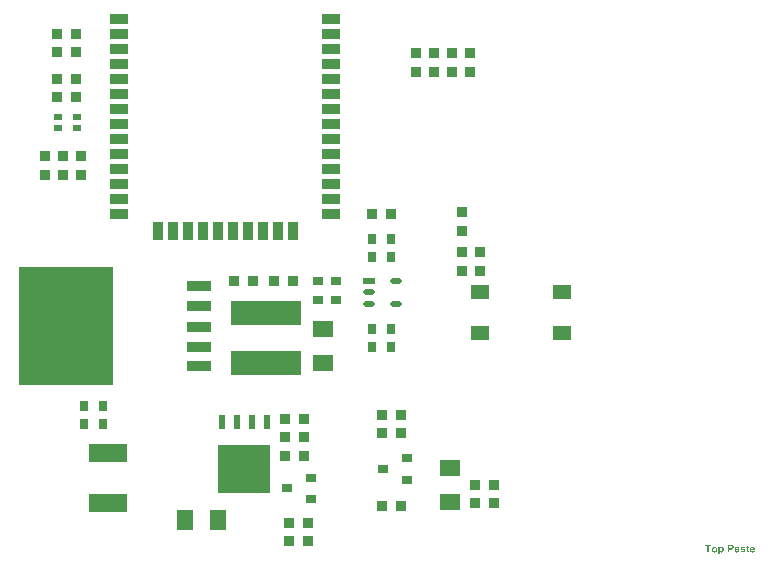
<source format=gtp>
G04*
G04 #@! TF.GenerationSoftware,Altium Limited,Altium Designer,23.3.1 (30)*
G04*
G04 Layer_Color=8421504*
%FSLAX25Y25*%
%MOIN*%
G70*
G04*
G04 #@! TF.SameCoordinates,97A15D6B-2EEB-42C3-8D6F-FEDD3E2C4342*
G04*
G04*
G04 #@! TF.FilePolarity,Positive*
G04*
G01*
G75*
%ADD17R,0.03543X0.03799*%
%ADD18R,0.06102X0.05118*%
%ADD19R,0.03150X0.02165*%
%ADD20R,0.03799X0.03543*%
%ADD21R,0.02756X0.03543*%
%ADD22R,0.03937X0.01968*%
%ADD23O,0.03937X0.01968*%
%ADD24R,0.03543X0.02756*%
%ADD25R,0.05276X0.07087*%
%ADD26R,0.12598X0.05906*%
%ADD27R,0.07087X0.05276*%
%ADD28R,0.03543X0.03150*%
%ADD29R,0.05906X0.03543*%
%ADD30R,0.03543X0.05906*%
%ADD31R,0.17362X0.16142*%
%ADD32R,0.02362X0.05118*%
%ADD33R,0.23622X0.07874*%
%ADD34R,0.07874X0.03543*%
%ADD35R,0.31496X0.39370*%
G36*
X142907Y-93510D02*
X142931D01*
X142958Y-93515D01*
X142989Y-93521D01*
X143024Y-93529D01*
X143065Y-93537D01*
X143106Y-93551D01*
X143150Y-93567D01*
X143193Y-93589D01*
X143240Y-93613D01*
X143286Y-93641D01*
X143330Y-93676D01*
X143374Y-93714D01*
X143417Y-93758D01*
X143420Y-93761D01*
X143428Y-93769D01*
X143439Y-93783D01*
X143453Y-93805D01*
X143469Y-93829D01*
X143488Y-93859D01*
X143507Y-93897D01*
X143529Y-93938D01*
X143551Y-93985D01*
X143570Y-94037D01*
X143589Y-94094D01*
X143605Y-94157D01*
X143619Y-94222D01*
X143633Y-94293D01*
X143638Y-94370D01*
X143641Y-94452D01*
Y-94457D01*
Y-94471D01*
X143638Y-94495D01*
Y-94528D01*
X143635Y-94566D01*
X143630Y-94610D01*
X143622Y-94659D01*
X143614Y-94714D01*
X143600Y-94768D01*
X143586Y-94828D01*
X143567Y-94886D01*
X143545Y-94946D01*
X143521Y-95003D01*
X143491Y-95060D01*
X143455Y-95115D01*
X143417Y-95164D01*
X143414Y-95167D01*
X143406Y-95175D01*
X143395Y-95186D01*
X143376Y-95202D01*
X143354Y-95221D01*
X143330Y-95243D01*
X143300Y-95265D01*
X143264Y-95290D01*
X143229Y-95314D01*
X143185Y-95336D01*
X143141Y-95358D01*
X143092Y-95377D01*
X143043Y-95391D01*
X142989Y-95404D01*
X142934Y-95412D01*
X142874Y-95415D01*
X142849D01*
X142819Y-95412D01*
X142781Y-95407D01*
X142740Y-95402D01*
X142694Y-95391D01*
X142645Y-95374D01*
X142598Y-95355D01*
X142593Y-95353D01*
X142576Y-95344D01*
X142552Y-95328D01*
X142519Y-95306D01*
X142481Y-95279D01*
X142437Y-95243D01*
X142391Y-95200D01*
X142341Y-95151D01*
Y-96068D01*
X141858D01*
Y-93548D01*
X142309D01*
Y-93815D01*
X142314Y-93813D01*
X142325Y-93796D01*
X142344Y-93769D01*
X142371Y-93739D01*
X142404Y-93704D01*
X142445Y-93665D01*
X142492Y-93627D01*
X142543Y-93594D01*
X142546D01*
X142552Y-93592D01*
X142560Y-93586D01*
X142571Y-93581D01*
X142585Y-93575D01*
X142601Y-93567D01*
X142642Y-93551D01*
X142691Y-93534D01*
X142748Y-93521D01*
X142811Y-93510D01*
X142877Y-93507D01*
X142890D01*
X142907Y-93510D01*
D02*
G37*
G36*
X150027D02*
X150059D01*
X150095Y-93512D01*
X150133Y-93518D01*
X150177Y-93523D01*
X150267Y-93537D01*
X150357Y-93559D01*
X150403Y-93572D01*
X150444Y-93589D01*
X150485Y-93608D01*
X150521Y-93630D01*
X150523D01*
X150529Y-93635D01*
X150537Y-93643D01*
X150551Y-93652D01*
X150564Y-93665D01*
X150583Y-93682D01*
X150600Y-93701D01*
X150622Y-93720D01*
X150641Y-93744D01*
X150663Y-93772D01*
X150684Y-93802D01*
X150706Y-93835D01*
X150725Y-93867D01*
X150744Y-93906D01*
X150775Y-93990D01*
X150319Y-94075D01*
Y-94069D01*
X150313Y-94059D01*
X150305Y-94039D01*
X150294Y-94015D01*
X150278Y-93988D01*
X150259Y-93960D01*
X150234Y-93936D01*
X150207Y-93911D01*
X150204Y-93908D01*
X150190Y-93903D01*
X150174Y-93892D01*
X150147Y-93881D01*
X150114Y-93873D01*
X150076Y-93862D01*
X150027Y-93856D01*
X149975Y-93854D01*
X149945D01*
X149912Y-93856D01*
X149871Y-93859D01*
X149827Y-93867D01*
X149781Y-93875D01*
X149740Y-93889D01*
X149704Y-93908D01*
X149702Y-93911D01*
X149696Y-93914D01*
X149688Y-93925D01*
X149677Y-93936D01*
X149666Y-93949D01*
X149658Y-93966D01*
X149652Y-93985D01*
X149650Y-94007D01*
Y-94009D01*
Y-94015D01*
X149652Y-94026D01*
X149655Y-94037D01*
X149661Y-94050D01*
X149669Y-94064D01*
X149680Y-94080D01*
X149696Y-94094D01*
X149699Y-94097D01*
X149704Y-94099D01*
X149713Y-94102D01*
X149723Y-94108D01*
X149737Y-94113D01*
X149756Y-94121D01*
X149778Y-94129D01*
X149803Y-94138D01*
X149835Y-94149D01*
X149871Y-94160D01*
X149915Y-94173D01*
X149961Y-94184D01*
X150015Y-94200D01*
X150078Y-94214D01*
X150147Y-94230D01*
X150152D01*
X150163Y-94233D01*
X150182Y-94239D01*
X150209Y-94247D01*
X150239Y-94255D01*
X150278Y-94266D01*
X150316Y-94277D01*
X150359Y-94291D01*
X150447Y-94320D01*
X150537Y-94359D01*
X150578Y-94378D01*
X150616Y-94400D01*
X150654Y-94422D01*
X150684Y-94446D01*
X150687Y-94449D01*
X150690Y-94452D01*
X150698Y-94460D01*
X150709Y-94471D01*
X150720Y-94482D01*
X150733Y-94498D01*
X150747Y-94517D01*
X150761Y-94539D01*
X150788Y-94591D01*
X150813Y-94651D01*
X150832Y-94722D01*
X150835Y-94763D01*
X150837Y-94804D01*
Y-94806D01*
Y-94815D01*
Y-94828D01*
X150835Y-94845D01*
X150832Y-94867D01*
X150826Y-94894D01*
X150821Y-94921D01*
X150810Y-94951D01*
X150799Y-94984D01*
X150785Y-95019D01*
X150769Y-95055D01*
X150750Y-95090D01*
X150725Y-95129D01*
X150695Y-95164D01*
X150665Y-95200D01*
X150627Y-95235D01*
X150624Y-95238D01*
X150616Y-95243D01*
X150605Y-95252D01*
X150589Y-95262D01*
X150567Y-95276D01*
X150540Y-95292D01*
X150507Y-95309D01*
X150471Y-95325D01*
X150431Y-95342D01*
X150384Y-95358D01*
X150332Y-95374D01*
X150278Y-95388D01*
X150218Y-95399D01*
X150152Y-95407D01*
X150081Y-95412D01*
X150007Y-95415D01*
X149972D01*
X149945Y-95412D01*
X149915Y-95410D01*
X149876Y-95407D01*
X149838Y-95402D01*
X149794Y-95396D01*
X149699Y-95380D01*
X149601Y-95353D01*
X149551Y-95333D01*
X149502Y-95314D01*
X149459Y-95292D01*
X149415Y-95265D01*
X149412Y-95262D01*
X149407Y-95257D01*
X149396Y-95249D01*
X149379Y-95238D01*
X149363Y-95221D01*
X149344Y-95205D01*
X149322Y-95183D01*
X149300Y-95159D01*
X149276Y-95129D01*
X149251Y-95099D01*
X149229Y-95066D01*
X149205Y-95028D01*
X149183Y-94989D01*
X149164Y-94948D01*
X149147Y-94902D01*
X149134Y-94856D01*
X149617Y-94782D01*
Y-94785D01*
X149620Y-94787D01*
X149622Y-94804D01*
X149631Y-94831D01*
X149644Y-94861D01*
X149661Y-94897D01*
X149682Y-94932D01*
X149707Y-94965D01*
X149740Y-94995D01*
X149745Y-94998D01*
X149756Y-95006D01*
X149778Y-95017D01*
X149808Y-95030D01*
X149846Y-95044D01*
X149893Y-95055D01*
X149945Y-95063D01*
X150005Y-95066D01*
X150035D01*
X150051Y-95063D01*
X150070D01*
X150111Y-95058D01*
X150157Y-95050D01*
X150204Y-95036D01*
X150248Y-95019D01*
X150286Y-94998D01*
X150288Y-94995D01*
X150297Y-94989D01*
X150308Y-94978D01*
X150319Y-94965D01*
X150329Y-94946D01*
X150340Y-94924D01*
X150349Y-94899D01*
X150351Y-94869D01*
Y-94867D01*
Y-94861D01*
X150349Y-94850D01*
X150346Y-94836D01*
X150338Y-94809D01*
X150327Y-94793D01*
X150316Y-94779D01*
X150313Y-94776D01*
X150308Y-94774D01*
X150297Y-94766D01*
X150283Y-94757D01*
X150261Y-94746D01*
X150234Y-94735D01*
X150198Y-94725D01*
X150155Y-94714D01*
X150152D01*
X150149Y-94711D01*
X150141D01*
X150130Y-94708D01*
X150100Y-94700D01*
X150062Y-94692D01*
X150015Y-94681D01*
X149964Y-94667D01*
X149906Y-94654D01*
X149844Y-94637D01*
X149721Y-94599D01*
X149658Y-94580D01*
X149598Y-94561D01*
X149543Y-94539D01*
X149494Y-94520D01*
X149450Y-94498D01*
X149418Y-94479D01*
X149415Y-94476D01*
X149409Y-94471D01*
X149399Y-94463D01*
X149385Y-94452D01*
X149369Y-94438D01*
X149349Y-94419D01*
X149330Y-94397D01*
X149311Y-94372D01*
X149289Y-94345D01*
X149270Y-94315D01*
X149251Y-94280D01*
X149235Y-94244D01*
X149221Y-94203D01*
X149210Y-94162D01*
X149205Y-94116D01*
X149202Y-94069D01*
Y-94067D01*
Y-94059D01*
Y-94047D01*
X149205Y-94028D01*
X149207Y-94009D01*
X149213Y-93985D01*
X149218Y-93960D01*
X149227Y-93930D01*
X149248Y-93867D01*
X149262Y-93835D01*
X149281Y-93802D01*
X149303Y-93766D01*
X149328Y-93734D01*
X149355Y-93701D01*
X149388Y-93671D01*
X149390Y-93668D01*
X149396Y-93663D01*
X149407Y-93654D01*
X149423Y-93646D01*
X149442Y-93633D01*
X149467Y-93619D01*
X149497Y-93605D01*
X149530Y-93589D01*
X149568Y-93572D01*
X149611Y-93559D01*
X149658Y-93545D01*
X149710Y-93532D01*
X149767Y-93523D01*
X149830Y-93515D01*
X149895Y-93510D01*
X149966Y-93507D01*
X150002D01*
X150027Y-93510D01*
D02*
G37*
G36*
X148140D02*
X148173D01*
X148205Y-93512D01*
X148244Y-93518D01*
X148323Y-93526D01*
X148402Y-93540D01*
X148478Y-93559D01*
X148511Y-93572D01*
X148544Y-93586D01*
X148547D01*
X148552Y-93589D01*
X148560Y-93594D01*
X148569Y-93600D01*
X148599Y-93616D01*
X148631Y-93638D01*
X148670Y-93668D01*
X148705Y-93701D01*
X148741Y-93739D01*
X148768Y-93780D01*
X148771Y-93786D01*
X148773Y-93794D01*
X148779Y-93802D01*
X148784Y-93815D01*
X148790Y-93835D01*
X148795Y-93854D01*
X148801Y-93878D01*
X148806Y-93906D01*
X148812Y-93936D01*
X148817Y-93971D01*
X148822Y-94012D01*
X148828Y-94056D01*
X148831Y-94102D01*
X148833Y-94154D01*
Y-94211D01*
X148825Y-94776D01*
Y-94779D01*
Y-94787D01*
Y-94798D01*
Y-94815D01*
Y-94836D01*
Y-94858D01*
X148828Y-94910D01*
X148831Y-94968D01*
X148833Y-95028D01*
X148839Y-95082D01*
X148844Y-95109D01*
X148847Y-95131D01*
Y-95137D01*
X148853Y-95151D01*
X148858Y-95175D01*
X148866Y-95205D01*
X148877Y-95240D01*
X148893Y-95281D01*
X148913Y-95328D01*
X148934Y-95374D01*
X148457D01*
Y-95372D01*
X148454Y-95366D01*
X148449Y-95355D01*
X148443Y-95339D01*
X148438Y-95320D01*
X148427Y-95295D01*
X148418Y-95265D01*
X148408Y-95232D01*
Y-95230D01*
X148405Y-95224D01*
X148402Y-95208D01*
X148397Y-95189D01*
X148394Y-95180D01*
X148391Y-95175D01*
X148386Y-95180D01*
X148369Y-95194D01*
X148345Y-95216D01*
X148312Y-95243D01*
X148274Y-95271D01*
X148227Y-95301D01*
X148178Y-95331D01*
X148126Y-95355D01*
X148124D01*
X148121Y-95358D01*
X148113Y-95361D01*
X148102Y-95363D01*
X148074Y-95374D01*
X148036Y-95385D01*
X147993Y-95396D01*
X147941Y-95407D01*
X147886Y-95412D01*
X147826Y-95415D01*
X147799D01*
X147780Y-95412D01*
X147755Y-95410D01*
X147728Y-95407D01*
X147698Y-95402D01*
X147665Y-95396D01*
X147594Y-95380D01*
X147520Y-95353D01*
X147482Y-95333D01*
X147447Y-95314D01*
X147414Y-95292D01*
X147381Y-95265D01*
X147378Y-95262D01*
X147373Y-95257D01*
X147367Y-95249D01*
X147356Y-95238D01*
X147343Y-95221D01*
X147329Y-95205D01*
X147316Y-95183D01*
X147302Y-95159D01*
X147285Y-95131D01*
X147272Y-95104D01*
X147245Y-95036D01*
X147234Y-95000D01*
X147228Y-94962D01*
X147223Y-94921D01*
X147220Y-94877D01*
Y-94875D01*
Y-94869D01*
Y-94861D01*
Y-94850D01*
X147223Y-94823D01*
X147228Y-94785D01*
X147239Y-94741D01*
X147250Y-94695D01*
X147269Y-94648D01*
X147294Y-94602D01*
Y-94599D01*
X147297Y-94596D01*
X147307Y-94583D01*
X147324Y-94561D01*
X147348Y-94533D01*
X147376Y-94503D01*
X147411Y-94473D01*
X147452Y-94443D01*
X147499Y-94419D01*
X147501D01*
X147504Y-94416D01*
X147512Y-94413D01*
X147523Y-94408D01*
X147537Y-94402D01*
X147553Y-94394D01*
X147575Y-94389D01*
X147597Y-94381D01*
X147621Y-94372D01*
X147651Y-94362D01*
X147684Y-94353D01*
X147717Y-94342D01*
X147755Y-94334D01*
X147796Y-94323D01*
X147837Y-94312D01*
X147883Y-94304D01*
X147886D01*
X147897Y-94301D01*
X147916Y-94299D01*
X147938Y-94293D01*
X147965Y-94288D01*
X147998Y-94282D01*
X148034Y-94274D01*
X148072Y-94266D01*
X148148Y-94247D01*
X148227Y-94228D01*
X148263Y-94217D01*
X148298Y-94206D01*
X148328Y-94195D01*
X148356Y-94184D01*
Y-94138D01*
Y-94135D01*
Y-94132D01*
Y-94113D01*
X148353Y-94089D01*
X148347Y-94059D01*
X148339Y-94026D01*
X148326Y-93993D01*
X148309Y-93960D01*
X148285Y-93936D01*
X148282Y-93933D01*
X148271Y-93927D01*
X148252Y-93916D01*
X148227Y-93906D01*
X148192Y-93895D01*
X148145Y-93884D01*
X148118Y-93881D01*
X148091Y-93878D01*
X148058Y-93875D01*
X148001D01*
X147976Y-93878D01*
X147949Y-93881D01*
X147916Y-93889D01*
X147881Y-93897D01*
X147848Y-93911D01*
X147818Y-93927D01*
X147815Y-93930D01*
X147807Y-93938D01*
X147793Y-93949D01*
X147777Y-93968D01*
X147758Y-93993D01*
X147739Y-94026D01*
X147720Y-94064D01*
X147703Y-94108D01*
X147269Y-94028D01*
Y-94026D01*
X147272Y-94017D01*
X147277Y-94004D01*
X147283Y-93985D01*
X147291Y-93963D01*
X147302Y-93938D01*
X147329Y-93881D01*
X147365Y-93815D01*
X147408Y-93750D01*
X147460Y-93690D01*
X147490Y-93660D01*
X147523Y-93635D01*
X147526Y-93633D01*
X147531Y-93630D01*
X147542Y-93624D01*
X147556Y-93616D01*
X147575Y-93605D01*
X147599Y-93594D01*
X147627Y-93583D01*
X147657Y-93570D01*
X147695Y-93559D01*
X147733Y-93548D01*
X147777Y-93537D01*
X147826Y-93526D01*
X147878Y-93518D01*
X147935Y-93512D01*
X147995Y-93507D01*
X148116D01*
X148140Y-93510D01*
D02*
G37*
G36*
X145975Y-92857D02*
X146019D01*
X146068Y-92860D01*
X146172Y-92863D01*
X146221Y-92868D01*
X146270Y-92871D01*
X146316Y-92874D01*
X146357Y-92879D01*
X146393Y-92887D01*
X146423Y-92893D01*
X146426D01*
X146434Y-92896D01*
X146445Y-92898D01*
X146458Y-92904D01*
X146477Y-92912D01*
X146499Y-92920D01*
X146548Y-92945D01*
X146606Y-92977D01*
X146666Y-93021D01*
X146699Y-93048D01*
X146729Y-93076D01*
X146759Y-93106D01*
X146786Y-93141D01*
X146789Y-93144D01*
X146791Y-93149D01*
X146800Y-93160D01*
X146808Y-93174D01*
X146821Y-93193D01*
X146832Y-93218D01*
X146846Y-93242D01*
X146860Y-93272D01*
X146873Y-93308D01*
X146887Y-93343D01*
X146901Y-93384D01*
X146912Y-93428D01*
X146920Y-93474D01*
X146928Y-93523D01*
X146931Y-93578D01*
X146933Y-93633D01*
Y-93635D01*
Y-93643D01*
Y-93654D01*
Y-93671D01*
X146931Y-93690D01*
X146928Y-93714D01*
X146925Y-93739D01*
X146923Y-93769D01*
X146912Y-93829D01*
X146898Y-93895D01*
X146876Y-93960D01*
X146849Y-94023D01*
Y-94026D01*
X146846Y-94028D01*
X146841Y-94037D01*
X146832Y-94047D01*
X146816Y-94078D01*
X146791Y-94113D01*
X146759Y-94151D01*
X146723Y-94192D01*
X146679Y-94233D01*
X146633Y-94271D01*
X146630D01*
X146628Y-94274D01*
X146611Y-94285D01*
X146587Y-94301D01*
X146551Y-94320D01*
X146513Y-94340D01*
X146469Y-94359D01*
X146420Y-94375D01*
X146371Y-94389D01*
X146368D01*
X146363Y-94392D01*
X146352D01*
X146338Y-94394D01*
X146319Y-94397D01*
X146295Y-94400D01*
X146267Y-94402D01*
X146237Y-94405D01*
X146202Y-94411D01*
X146161Y-94413D01*
X146117Y-94416D01*
X146071Y-94419D01*
X146019Y-94422D01*
X145964D01*
X145904Y-94424D01*
X145511D01*
Y-95374D01*
X145003D01*
Y-92854D01*
X145931D01*
X145975Y-92857D01*
D02*
G37*
G36*
X139401Y-93280D02*
X138659D01*
Y-95374D01*
X138151D01*
Y-93280D01*
X137403D01*
Y-92854D01*
X139401D01*
Y-93280D01*
D02*
G37*
G36*
X153166Y-93510D02*
X153196Y-93512D01*
X153229Y-93515D01*
X153270Y-93521D01*
X153313Y-93529D01*
X153360Y-93540D01*
X153412Y-93556D01*
X153463Y-93572D01*
X153515Y-93594D01*
X153570Y-93622D01*
X153622Y-93652D01*
X153674Y-93687D01*
X153723Y-93731D01*
X153769Y-93777D01*
X153772Y-93780D01*
X153780Y-93791D01*
X153791Y-93805D01*
X153805Y-93826D01*
X153824Y-93856D01*
X153843Y-93892D01*
X153865Y-93933D01*
X153887Y-93979D01*
X153909Y-94034D01*
X153928Y-94097D01*
X153947Y-94162D01*
X153963Y-94236D01*
X153977Y-94318D01*
X153988Y-94405D01*
X153996Y-94498D01*
Y-94599D01*
X152787D01*
Y-94602D01*
Y-94607D01*
Y-94621D01*
X152789Y-94634D01*
X152792Y-94654D01*
X152795Y-94675D01*
X152803Y-94722D01*
X152816Y-94776D01*
X152836Y-94834D01*
X152863Y-94888D01*
X152901Y-94937D01*
X152904D01*
X152907Y-94943D01*
X152920Y-94957D01*
X152945Y-94976D01*
X152978Y-94995D01*
X153018Y-95017D01*
X153068Y-95036D01*
X153122Y-95050D01*
X153152Y-95052D01*
X153182Y-95055D01*
X153201D01*
X153221Y-95052D01*
X153248Y-95047D01*
X153278Y-95041D01*
X153308Y-95030D01*
X153341Y-95014D01*
X153371Y-94995D01*
X153373Y-94992D01*
X153384Y-94984D01*
X153398Y-94968D01*
X153414Y-94946D01*
X153436Y-94918D01*
X153455Y-94883D01*
X153474Y-94842D01*
X153491Y-94793D01*
X153971Y-94875D01*
Y-94877D01*
X153966Y-94886D01*
X153960Y-94899D01*
X153955Y-94918D01*
X153944Y-94940D01*
X153930Y-94965D01*
X153917Y-94995D01*
X153900Y-95025D01*
X153859Y-95090D01*
X153807Y-95156D01*
X153747Y-95221D01*
X153712Y-95252D01*
X153676Y-95279D01*
X153674Y-95281D01*
X153668Y-95284D01*
X153657Y-95292D01*
X153641Y-95301D01*
X153622Y-95311D01*
X153597Y-95323D01*
X153570Y-95333D01*
X153540Y-95347D01*
X153505Y-95361D01*
X153466Y-95372D01*
X153425Y-95382D01*
X153382Y-95393D01*
X153335Y-95402D01*
X153283Y-95410D01*
X153232Y-95412D01*
X153177Y-95415D01*
X153155D01*
X153130Y-95412D01*
X153098Y-95410D01*
X153059Y-95407D01*
X153013Y-95399D01*
X152964Y-95391D01*
X152909Y-95377D01*
X152852Y-95361D01*
X152795Y-95339D01*
X152737Y-95314D01*
X152677Y-95284D01*
X152623Y-95249D01*
X152568Y-95208D01*
X152519Y-95161D01*
X152472Y-95107D01*
X152470Y-95104D01*
X152464Y-95096D01*
X152456Y-95082D01*
X152445Y-95060D01*
X152432Y-95036D01*
X152415Y-95008D01*
X152399Y-94973D01*
X152382Y-94935D01*
X152366Y-94891D01*
X152350Y-94842D01*
X152333Y-94790D01*
X152320Y-94735D01*
X152309Y-94675D01*
X152301Y-94613D01*
X152295Y-94544D01*
X152292Y-94476D01*
Y-94471D01*
Y-94457D01*
X152295Y-94432D01*
Y-94402D01*
X152301Y-94364D01*
X152306Y-94318D01*
X152312Y-94271D01*
X152322Y-94217D01*
X152333Y-94162D01*
X152350Y-94105D01*
X152369Y-94045D01*
X152391Y-93985D01*
X152418Y-93927D01*
X152451Y-93870D01*
X152486Y-93815D01*
X152527Y-93766D01*
X152530Y-93764D01*
X152538Y-93755D01*
X152552Y-93742D01*
X152571Y-93725D01*
X152593Y-93706D01*
X152623Y-93685D01*
X152655Y-93660D01*
X152691Y-93635D01*
X152732Y-93613D01*
X152778Y-93589D01*
X152827Y-93567D01*
X152882Y-93548D01*
X152937Y-93532D01*
X152997Y-93518D01*
X153062Y-93510D01*
X153128Y-93507D01*
X153147D01*
X153166Y-93510D01*
D02*
G37*
G36*
X151768Y-93548D02*
X152099D01*
Y-93933D01*
X151768D01*
Y-94670D01*
Y-94673D01*
Y-94681D01*
Y-94692D01*
Y-94705D01*
Y-94722D01*
Y-94744D01*
Y-94787D01*
X151771Y-94831D01*
Y-94875D01*
X151774Y-94894D01*
Y-94910D01*
X151776Y-94924D01*
Y-94932D01*
Y-94935D01*
X151779Y-94937D01*
X151785Y-94954D01*
X151798Y-94973D01*
X151817Y-94992D01*
X151820D01*
X151823Y-94995D01*
X151831Y-94998D01*
X151842Y-95003D01*
X151866Y-95011D01*
X151899Y-95014D01*
X151913D01*
X151927Y-95011D01*
X151948Y-95008D01*
X151976Y-95003D01*
X152011Y-94995D01*
X152049Y-94984D01*
X152093Y-94970D01*
X152137Y-95344D01*
X152134D01*
X152129Y-95347D01*
X152120Y-95350D01*
X152107Y-95355D01*
X152090Y-95361D01*
X152071Y-95366D01*
X152049Y-95374D01*
X152025Y-95380D01*
X151970Y-95393D01*
X151905Y-95404D01*
X151831Y-95412D01*
X151754Y-95415D01*
X151733D01*
X151708Y-95412D01*
X151675Y-95410D01*
X151640Y-95404D01*
X151602Y-95396D01*
X151561Y-95385D01*
X151520Y-95372D01*
X151514Y-95369D01*
X151503Y-95363D01*
X151484Y-95355D01*
X151462Y-95342D01*
X151438Y-95325D01*
X151411Y-95306D01*
X151389Y-95284D01*
X151367Y-95260D01*
X151364Y-95257D01*
X151359Y-95246D01*
X151350Y-95230D01*
X151340Y-95210D01*
X151329Y-95183D01*
X151318Y-95151D01*
X151307Y-95112D01*
X151299Y-95071D01*
Y-95066D01*
X151296Y-95055D01*
Y-95044D01*
X151293Y-95030D01*
Y-95014D01*
Y-94998D01*
X151291Y-94976D01*
Y-94951D01*
X151288Y-94924D01*
Y-94891D01*
X151285Y-94856D01*
Y-94817D01*
Y-94776D01*
Y-94730D01*
Y-93933D01*
X151064D01*
Y-93548D01*
X151285D01*
Y-93185D01*
X151768Y-92901D01*
Y-93548D01*
D02*
G37*
G36*
X140592Y-93510D02*
X140619Y-93512D01*
X140654Y-93515D01*
X140695Y-93521D01*
X140742Y-93529D01*
X140791Y-93540D01*
X140843Y-93556D01*
X140897Y-93572D01*
X140955Y-93594D01*
X141009Y-93622D01*
X141067Y-93652D01*
X141124Y-93687D01*
X141176Y-93731D01*
X141228Y-93777D01*
X141230Y-93780D01*
X141239Y-93791D01*
X141252Y-93805D01*
X141269Y-93826D01*
X141290Y-93854D01*
X141312Y-93884D01*
X141334Y-93922D01*
X141361Y-93963D01*
X141386Y-94009D01*
X141408Y-94061D01*
X141432Y-94118D01*
X141452Y-94179D01*
X141468Y-94241D01*
X141482Y-94310D01*
X141490Y-94381D01*
X141492Y-94457D01*
Y-94463D01*
Y-94476D01*
X141490Y-94498D01*
Y-94525D01*
X141484Y-94561D01*
X141479Y-94602D01*
X141471Y-94648D01*
X141460Y-94697D01*
X141446Y-94752D01*
X141427Y-94806D01*
X141405Y-94864D01*
X141381Y-94921D01*
X141348Y-94981D01*
X141312Y-95036D01*
X141271Y-95093D01*
X141225Y-95145D01*
X141222Y-95148D01*
X141214Y-95156D01*
X141198Y-95170D01*
X141176Y-95186D01*
X141151Y-95208D01*
X141119Y-95230D01*
X141083Y-95254D01*
X141042Y-95279D01*
X140996Y-95306D01*
X140944Y-95331D01*
X140889Y-95353D01*
X140829Y-95372D01*
X140766Y-95391D01*
X140698Y-95404D01*
X140627Y-95412D01*
X140553Y-95415D01*
X140529D01*
X140510Y-95412D01*
X140488D01*
X140463Y-95410D01*
X140433Y-95407D01*
X140401Y-95402D01*
X140327Y-95388D01*
X140245Y-95369D01*
X140160Y-95342D01*
X140076Y-95303D01*
X140073Y-95301D01*
X140065Y-95298D01*
X140054Y-95292D01*
X140037Y-95281D01*
X140018Y-95271D01*
X139999Y-95254D01*
X139947Y-95219D01*
X139893Y-95172D01*
X139835Y-95115D01*
X139781Y-95047D01*
X139732Y-94970D01*
Y-94968D01*
X139726Y-94959D01*
X139721Y-94948D01*
X139713Y-94932D01*
X139704Y-94910D01*
X139693Y-94886D01*
X139685Y-94856D01*
X139674Y-94823D01*
X139663Y-94785D01*
X139653Y-94744D01*
X139641Y-94700D01*
X139633Y-94654D01*
X139625Y-94604D01*
X139620Y-94550D01*
X139617Y-94495D01*
X139614Y-94438D01*
Y-94435D01*
Y-94427D01*
Y-94413D01*
X139617Y-94397D01*
Y-94375D01*
X139620Y-94348D01*
X139625Y-94320D01*
X139628Y-94288D01*
X139644Y-94217D01*
X139663Y-94138D01*
X139693Y-94056D01*
X139710Y-94012D01*
X139732Y-93971D01*
X139734Y-93968D01*
X139737Y-93960D01*
X139745Y-93949D01*
X139753Y-93933D01*
X139764Y-93914D01*
X139781Y-93892D01*
X139816Y-93843D01*
X139865Y-93788D01*
X139923Y-93731D01*
X139988Y-93676D01*
X140065Y-93627D01*
X140067Y-93624D01*
X140076Y-93622D01*
X140086Y-93616D01*
X140103Y-93608D01*
X140125Y-93600D01*
X140149Y-93589D01*
X140177Y-93578D01*
X140207Y-93567D01*
X140242Y-93556D01*
X140280Y-93545D01*
X140362Y-93526D01*
X140452Y-93512D01*
X140501Y-93507D01*
X140570D01*
X140592Y-93510D01*
D02*
G37*
%LPC*%
G36*
X142743Y-93889D02*
X142726D01*
X142713Y-93892D01*
X142699Y-93895D01*
X142680Y-93897D01*
X142639Y-93906D01*
X142593Y-93922D01*
X142543Y-93946D01*
X142519Y-93963D01*
X142494Y-93982D01*
X142470Y-94004D01*
X142448Y-94028D01*
Y-94031D01*
X142443Y-94034D01*
X142437Y-94042D01*
X142429Y-94053D01*
X142421Y-94069D01*
X142412Y-94086D01*
X142402Y-94108D01*
X142391Y-94129D01*
X142380Y-94157D01*
X142369Y-94187D01*
X142361Y-94219D01*
X142352Y-94255D01*
X142344Y-94296D01*
X142339Y-94337D01*
X142336Y-94383D01*
X142333Y-94432D01*
Y-94435D01*
Y-94446D01*
Y-94463D01*
X142336Y-94482D01*
Y-94509D01*
X142339Y-94539D01*
X142344Y-94569D01*
X142350Y-94604D01*
X142363Y-94678D01*
X142385Y-94755D01*
X142415Y-94826D01*
X142432Y-94858D01*
X142453Y-94888D01*
X142456Y-94891D01*
X142459Y-94894D01*
X142475Y-94910D01*
X142503Y-94935D01*
X142538Y-94959D01*
X142582Y-94987D01*
X142631Y-95011D01*
X142691Y-95028D01*
X142721Y-95030D01*
X142754Y-95033D01*
X142770D01*
X142781Y-95030D01*
X142811Y-95025D01*
X142852Y-95017D01*
X142896Y-95000D01*
X142942Y-94976D01*
X142964Y-94962D01*
X142989Y-94943D01*
X143010Y-94924D01*
X143032Y-94899D01*
X143035Y-94897D01*
X143038Y-94894D01*
X143043Y-94886D01*
X143051Y-94875D01*
X143060Y-94858D01*
X143068Y-94842D01*
X143079Y-94820D01*
X143089Y-94793D01*
X143101Y-94766D01*
X143111Y-94733D01*
X143120Y-94697D01*
X143128Y-94656D01*
X143136Y-94613D01*
X143141Y-94564D01*
X143147Y-94512D01*
Y-94457D01*
Y-94454D01*
Y-94443D01*
Y-94430D01*
X143144Y-94411D01*
Y-94386D01*
X143141Y-94359D01*
X143136Y-94329D01*
X143133Y-94296D01*
X143120Y-94228D01*
X143098Y-94157D01*
X143068Y-94089D01*
X143051Y-94059D01*
X143029Y-94031D01*
Y-94028D01*
X143024Y-94026D01*
X143008Y-94009D01*
X142983Y-93988D01*
X142950Y-93960D01*
X142909Y-93933D01*
X142860Y-93911D01*
X142806Y-93895D01*
X142776Y-93892D01*
X142743Y-93889D01*
D02*
G37*
G36*
X148356Y-94498D02*
X148350Y-94501D01*
X148337Y-94503D01*
X148315Y-94512D01*
X148282Y-94520D01*
X148241Y-94531D01*
X148189Y-94544D01*
X148129Y-94558D01*
X148058Y-94574D01*
X148055D01*
X148050Y-94577D01*
X148039D01*
X148025Y-94583D01*
X147993Y-94591D01*
X147952Y-94599D01*
X147908Y-94613D01*
X147864Y-94626D01*
X147826Y-94640D01*
X147810Y-94648D01*
X147796Y-94656D01*
X147793Y-94659D01*
X147782Y-94667D01*
X147766Y-94684D01*
X147750Y-94703D01*
X147733Y-94727D01*
X147717Y-94757D01*
X147706Y-94790D01*
X147703Y-94826D01*
Y-94831D01*
Y-94842D01*
X147706Y-94861D01*
X147711Y-94886D01*
X147722Y-94913D01*
X147733Y-94943D01*
X147752Y-94970D01*
X147777Y-95000D01*
X147780Y-95003D01*
X147791Y-95011D01*
X147807Y-95025D01*
X147829Y-95036D01*
X147859Y-95050D01*
X147892Y-95063D01*
X147930Y-95071D01*
X147971Y-95074D01*
X147976D01*
X147993Y-95071D01*
X148017Y-95069D01*
X148050Y-95063D01*
X148088Y-95052D01*
X148132Y-95038D01*
X148176Y-95017D01*
X148219Y-94989D01*
X148222Y-94987D01*
X148233Y-94978D01*
X148249Y-94965D01*
X148266Y-94946D01*
X148287Y-94921D01*
X148307Y-94894D01*
X148323Y-94864D01*
X148337Y-94831D01*
Y-94828D01*
X148339Y-94817D01*
X148342Y-94801D01*
X148347Y-94779D01*
X148350Y-94746D01*
X148353Y-94705D01*
X148356Y-94656D01*
Y-94596D01*
Y-94498D01*
D02*
G37*
G36*
X145852Y-93280D02*
X145511D01*
Y-93998D01*
X145863D01*
X145890Y-93996D01*
X145953Y-93993D01*
X146019Y-93990D01*
X146084Y-93982D01*
X146117Y-93977D01*
X146144Y-93974D01*
X146169Y-93966D01*
X146191Y-93960D01*
X146196Y-93957D01*
X146207Y-93952D01*
X146226Y-93944D01*
X146248Y-93930D01*
X146273Y-93911D01*
X146300Y-93889D01*
X146327Y-93865D01*
X146349Y-93835D01*
X146352Y-93832D01*
X146357Y-93818D01*
X146368Y-93802D01*
X146379Y-93777D01*
X146390Y-93750D01*
X146401Y-93717D01*
X146406Y-93679D01*
X146409Y-93638D01*
Y-93635D01*
Y-93633D01*
Y-93616D01*
X146404Y-93589D01*
X146398Y-93559D01*
X146390Y-93523D01*
X146374Y-93485D01*
X146355Y-93447D01*
X146327Y-93411D01*
X146325Y-93409D01*
X146314Y-93398D01*
X146295Y-93381D01*
X146270Y-93362D01*
X146243Y-93343D01*
X146207Y-93327D01*
X146166Y-93310D01*
X146123Y-93300D01*
X146117D01*
X146103Y-93297D01*
X146092Y-93294D01*
X146079D01*
X146063Y-93291D01*
X146043Y-93289D01*
X146019D01*
X145992Y-93286D01*
X145961D01*
X145929Y-93283D01*
X145893D01*
X145852Y-93280D01*
D02*
G37*
G36*
X153155Y-93875D02*
X153139D01*
X153128Y-93878D01*
X153100Y-93881D01*
X153062Y-93889D01*
X153021Y-93903D01*
X152978Y-93925D01*
X152937Y-93955D01*
X152915Y-93971D01*
X152896Y-93993D01*
X152890Y-93998D01*
X152879Y-94015D01*
X152863Y-94039D01*
X152844Y-94075D01*
X152825Y-94118D01*
X152808Y-94173D01*
X152797Y-94233D01*
X152795Y-94304D01*
X153515D01*
Y-94301D01*
Y-94296D01*
Y-94285D01*
X153513Y-94269D01*
X153510Y-94252D01*
X153507Y-94233D01*
X153499Y-94187D01*
X153485Y-94135D01*
X153466Y-94083D01*
X153442Y-94031D01*
X153406Y-93988D01*
X153401Y-93982D01*
X153387Y-93971D01*
X153365Y-93952D01*
X153335Y-93930D01*
X153300Y-93911D01*
X153256Y-93892D01*
X153207Y-93881D01*
X153155Y-93875D01*
D02*
G37*
G36*
X140551Y-93900D02*
X140532D01*
X140521Y-93903D01*
X140504Y-93906D01*
X140485Y-93908D01*
X140441Y-93919D01*
X140390Y-93936D01*
X140338Y-93960D01*
X140310Y-93977D01*
X140286Y-93996D01*
X140259Y-94020D01*
X140234Y-94045D01*
Y-94047D01*
X140228Y-94050D01*
X140223Y-94061D01*
X140215Y-94072D01*
X140204Y-94086D01*
X140193Y-94105D01*
X140182Y-94127D01*
X140171Y-94151D01*
X140160Y-94179D01*
X140149Y-94211D01*
X140138Y-94244D01*
X140128Y-94282D01*
X140119Y-94323D01*
X140114Y-94367D01*
X140111Y-94413D01*
X140108Y-94463D01*
Y-94465D01*
Y-94473D01*
Y-94490D01*
X140111Y-94506D01*
Y-94531D01*
X140114Y-94555D01*
X140119Y-94585D01*
X140125Y-94618D01*
X140138Y-94684D01*
X140160Y-94755D01*
X140193Y-94820D01*
X140212Y-94853D01*
X140234Y-94880D01*
X140237Y-94883D01*
X140239Y-94886D01*
X140248Y-94894D01*
X140256Y-94902D01*
X140286Y-94924D01*
X140321Y-94951D01*
X140368Y-94978D01*
X140422Y-95000D01*
X140482Y-95017D01*
X140515Y-95019D01*
X140551Y-95022D01*
X140570D01*
X140583Y-95019D01*
X140597Y-95017D01*
X140616Y-95014D01*
X140660Y-95003D01*
X140712Y-94987D01*
X140764Y-94962D01*
X140791Y-94946D01*
X140818Y-94927D01*
X140843Y-94905D01*
X140867Y-94880D01*
X140870Y-94877D01*
X140873Y-94872D01*
X140878Y-94864D01*
X140886Y-94853D01*
X140897Y-94839D01*
X140908Y-94820D01*
X140919Y-94798D01*
X140933Y-94774D01*
X140944Y-94746D01*
X140955Y-94714D01*
X140966Y-94678D01*
X140977Y-94643D01*
X140985Y-94602D01*
X140990Y-94558D01*
X140996Y-94509D01*
Y-94460D01*
Y-94457D01*
Y-94449D01*
Y-94432D01*
X140993Y-94416D01*
Y-94392D01*
X140990Y-94367D01*
X140985Y-94337D01*
X140979Y-94307D01*
X140966Y-94239D01*
X140941Y-94170D01*
X140911Y-94105D01*
X140889Y-94072D01*
X140867Y-94045D01*
X140865Y-94042D01*
X140862Y-94039D01*
X140854Y-94031D01*
X140846Y-94023D01*
X140818Y-93998D01*
X140780Y-93971D01*
X140734Y-93946D01*
X140679Y-93922D01*
X140619Y-93906D01*
X140586Y-93903D01*
X140551Y-93900D01*
D02*
G37*
%LPD*%
D17*
X62500Y4650D02*
D03*
Y-1650D02*
D03*
X-70500Y30350D02*
D03*
Y36650D02*
D03*
X-76500Y30350D02*
D03*
Y36650D02*
D03*
X-82500Y30350D02*
D03*
Y36650D02*
D03*
X56500Y18150D02*
D03*
Y11850D02*
D03*
Y4650D02*
D03*
Y-1650D02*
D03*
X59000Y64850D02*
D03*
Y71150D02*
D03*
X53000D02*
D03*
Y64850D02*
D03*
X47000Y71150D02*
D03*
Y64850D02*
D03*
X41000D02*
D03*
Y71150D02*
D03*
D18*
X62319Y-22390D02*
D03*
X89681Y-8610D02*
D03*
Y-22390D02*
D03*
X62319Y-8610D02*
D03*
D19*
X-71850Y46228D02*
D03*
Y49772D02*
D03*
X-78150D02*
D03*
Y46228D02*
D03*
D20*
X-78650Y56500D02*
D03*
X-72350D02*
D03*
X32650Y17500D02*
D03*
X26350D02*
D03*
X150Y-5000D02*
D03*
X-6150D02*
D03*
X-13350D02*
D03*
X-19650D02*
D03*
X3650Y-51000D02*
D03*
X-2650D02*
D03*
Y-57000D02*
D03*
X3650D02*
D03*
X-2650Y-63287D02*
D03*
X3650D02*
D03*
X-1150Y-85500D02*
D03*
X5150D02*
D03*
X-1150Y-91500D02*
D03*
X5150D02*
D03*
X-72350Y77500D02*
D03*
X-78650D02*
D03*
X-72350Y71500D02*
D03*
X-78650D02*
D03*
X-72350Y62500D02*
D03*
X-78650D02*
D03*
X29850Y-80000D02*
D03*
X36150D02*
D03*
Y-55500D02*
D03*
X29850D02*
D03*
X36150Y-49500D02*
D03*
X29850D02*
D03*
X60850Y-73000D02*
D03*
X67150D02*
D03*
X60850Y-79000D02*
D03*
X67150D02*
D03*
D21*
X32610Y9000D02*
D03*
X26390D02*
D03*
X32610Y3000D02*
D03*
X26390D02*
D03*
X32610Y-21000D02*
D03*
X26390D02*
D03*
X32610Y-27000D02*
D03*
X26390D02*
D03*
X-63390Y-46500D02*
D03*
X-69610D02*
D03*
X-63390Y-52500D02*
D03*
X-69610D02*
D03*
D22*
X25248Y-5000D02*
D03*
D23*
Y-8740D02*
D03*
Y-12480D02*
D03*
X34500Y-5000D02*
D03*
Y-12480D02*
D03*
D24*
X14500Y-5000D02*
D03*
Y-11220D02*
D03*
X8500Y-4890D02*
D03*
Y-11110D02*
D03*
D25*
X-24870Y-84500D02*
D03*
X-36130D02*
D03*
D26*
X-61500Y-62232D02*
D03*
Y-78768D02*
D03*
D27*
X10000Y-20870D02*
D03*
Y-32130D02*
D03*
X52500Y-67370D02*
D03*
Y-78630D02*
D03*
D28*
X5937Y-77543D02*
D03*
Y-70457D02*
D03*
X-1937Y-74000D02*
D03*
X30126Y-67543D02*
D03*
X38000Y-64000D02*
D03*
Y-71087D02*
D03*
D29*
X12827Y82500D02*
D03*
Y77500D02*
D03*
Y72500D02*
D03*
Y67500D02*
D03*
Y62500D02*
D03*
Y57500D02*
D03*
Y52500D02*
D03*
Y47500D02*
D03*
Y42500D02*
D03*
Y37500D02*
D03*
Y32500D02*
D03*
Y27500D02*
D03*
Y22500D02*
D03*
Y17500D02*
D03*
D03*
X-58000D02*
D03*
Y82500D02*
D03*
D03*
Y22500D02*
D03*
Y27500D02*
D03*
Y32500D02*
D03*
Y37500D02*
D03*
Y42500D02*
D03*
Y47500D02*
D03*
Y52500D02*
D03*
Y57500D02*
D03*
Y62500D02*
D03*
Y67500D02*
D03*
Y72500D02*
D03*
Y77500D02*
D03*
D30*
X-87Y11594D02*
D03*
X-5087D02*
D03*
X-10087D02*
D03*
X-15087D02*
D03*
X-20087D02*
D03*
X-25087D02*
D03*
X-30087D02*
D03*
X-35087D02*
D03*
X-40087D02*
D03*
X-45087D02*
D03*
D03*
D31*
X-16300Y-67600D02*
D03*
D32*
X-8800Y-51900D02*
D03*
X-13800D02*
D03*
X-18800D02*
D03*
X-23800D02*
D03*
D33*
X-9000Y-32268D02*
D03*
Y-15732D02*
D03*
D34*
X-31260Y-6713D02*
D03*
Y-13406D02*
D03*
Y-20098D02*
D03*
Y-26791D02*
D03*
X-31457Y-33386D02*
D03*
D35*
X-75748Y-20000D02*
D03*
M02*

</source>
